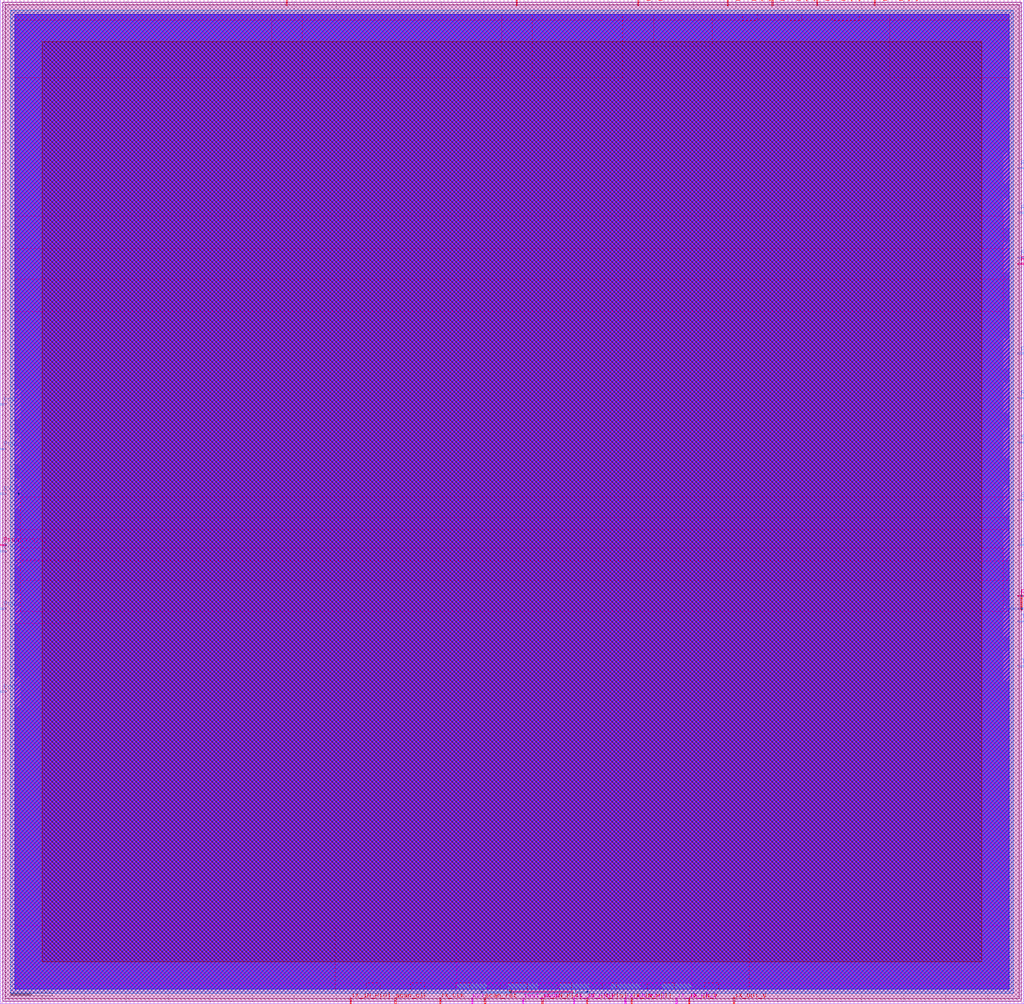
<source format=lef>
VERSION 5.8 ;
BUSBITCHARS "[]" ;

UNITS
  DATABASE MICRONS 1000 ;
END UNITS

LAYER OVERLAP
  TYPE OVERLAP ;
END OVERLAP

MACRO UART
  CLASS BLOCK ;
  ORIGIN 0 0 ;
  SIZE 48.712 BY 47.8 ;
  SYMMETRY X Y ;
  PIN RST
    DIRECTION INPUT ;
    USE SIGNAL ;
    PORT
      LAYER M6 ;
        RECT 22.428 0 22.484 0.286 ;
    END
  END RST
  PIN TX_CLK
    DIRECTION INPUT ;
    USE CLOCK ;
    PORT
      LAYER M4 ;
        RECT 20.908 0 20.964 0.286 ;
    END
  END TX_CLK
  PIN RX_CLK
    DIRECTION INPUT ;
    USE CLOCK ;
    PORT
      LAYER M3 ;
        RECT 0 24.252 0.286 24.308 ;
    END
  END RX_CLK
  PIN RX_IN_S
    DIRECTION INPUT ;
    USE SIGNAL ;
    PORT
      LAYER M4 ;
        RECT 30.332 47.514 30.388 47.8 ;
    END
  END RX_IN_S
  PIN RX_OUT_P[7]
    DIRECTION OUTPUT ;
    USE SIGNAL ;
    PORT
      LAYER M5 ;
        RECT 48.426 35.196 48.712 35.252 ;
    END
  END RX_OUT_P[7]
  PIN RX_OUT_P[6]
    DIRECTION OUTPUT ;
    USE SIGNAL ;
    PORT
      LAYER M3 ;
        RECT 48.426 37.628 48.712 37.684 ;
    END
  END RX_OUT_P[6]
  PIN RX_OUT_P[5]
    DIRECTION OUTPUT ;
    USE SIGNAL ;
    PORT
      LAYER M3 ;
        RECT 48.426 35.5 48.712 35.556 ;
    END
  END RX_OUT_P[5]
  PIN RX_OUT_P[4]
    DIRECTION OUTPUT ;
    USE SIGNAL ;
    PORT
      LAYER M3 ;
        RECT 48.426 39.756 48.712 39.812 ;
    END
  END RX_OUT_P[4]
  PIN RX_OUT_P[3]
    DIRECTION OUTPUT ;
    USE SIGNAL ;
    PORT
      LAYER M4 ;
        RECT 41.58 47.514 41.636 47.8 ;
    END
  END RX_OUT_P[3]
  PIN RX_OUT_P[2]
    DIRECTION OUTPUT ;
    USE SIGNAL ;
    PORT
      LAYER M4 ;
        RECT 38.844 47.514 38.9 47.8 ;
    END
  END RX_OUT_P[2]
  PIN RX_OUT_P[1]
    DIRECTION OUTPUT ;
    USE SIGNAL ;
    PORT
      LAYER M4 ;
        RECT 36.716 47.514 36.772 47.8 ;
    END
  END RX_OUT_P[1]
  PIN RX_OUT_P[0]
    DIRECTION OUTPUT ;
    USE SIGNAL ;
    PORT
      LAYER M4 ;
        RECT 34.588 47.514 34.644 47.8 ;
    END
  END RX_OUT_P[0]
  PIN RX_OUT_V
    DIRECTION OUTPUT ;
    USE SIGNAL ;
    PORT
      LAYER M3 ;
        RECT 48.426 28.812 48.712 28.868 ;
    END
  END RX_OUT_V
  PIN TX_IN_P[7]
    DIRECTION INPUT ;
    USE SIGNAL ;
    PORT
      LAYER M6 ;
        RECT 29.724 0 29.78 0.286 ;
    END
  END TX_IN_P[7]
  PIN TX_IN_P[6]
    DIRECTION INPUT ;
    USE SIGNAL ;
    PORT
      LAYER M6 ;
        RECT 27.292 0 27.348 0.286 ;
    END
  END TX_IN_P[6]
  PIN TX_IN_P[5]
    DIRECTION INPUT ;
    USE SIGNAL ;
    PORT
      LAYER M4 ;
        RECT 27.9 0 27.956 0.286 ;
    END
  END TX_IN_P[5]
  PIN TX_IN_P[4]
    DIRECTION INPUT ;
    USE SIGNAL ;
    PORT
      LAYER M4 ;
        RECT 25.772 0 25.828 0.286 ;
    END
  END TX_IN_P[4]
  PIN TX_IN_P[3]
    DIRECTION INPUT ;
    USE SIGNAL ;
    PORT
      LAYER M6 ;
        RECT 32.156 0 32.212 0.286 ;
    END
  END TX_IN_P[3]
  PIN TX_IN_P[2]
    DIRECTION INPUT ;
    USE SIGNAL ;
    PORT
      LAYER M3 ;
        RECT 48.426 18.172 48.712 18.228 ;
    END
  END TX_IN_P[2]
  PIN TX_IN_P[1]
    DIRECTION INPUT ;
    USE SIGNAL ;
    PORT
      LAYER M4 ;
        RECT 30.028 0 30.084 0.286 ;
    END
  END TX_IN_P[1]
  PIN TX_IN_P[0]
    DIRECTION INPUT ;
    USE SIGNAL ;
    PORT
      LAYER M4 ;
        RECT 16.652 0 16.708 0.286 ;
    END
  END TX_IN_P[0]
  PIN TX_IN_V
    DIRECTION INPUT ;
    USE SIGNAL ;
    PORT
      LAYER M4 ;
        RECT 32.764 0 32.82 0.286 ;
    END
  END TX_IN_V
  PIN TX_OUT_S
    DIRECTION OUTPUT ;
    USE SIGNAL ;
    PORT
      LAYER M3 ;
        RECT 48.426 16.044 48.712 16.1 ;
    END
  END TX_OUT_S
  PIN TX_OUT_V
    DIRECTION OUTPUT ;
    USE SIGNAL ;
    PORT
      LAYER M4 ;
        RECT 34.892 0 34.948 0.286 ;
    END
  END TX_OUT_V
  PIN Prescale[5]
    DIRECTION INPUT ;
    USE SIGNAL ;
    PORT
      LAYER M5 ;
        RECT 0 21.82 0.286 21.876 ;
    END
  END Prescale[5]
  PIN Prescale[4]
    DIRECTION INPUT ;
    USE SIGNAL ;
    PORT
      LAYER M3 ;
        RECT 0 14.828 0.286 14.884 ;
    END
  END Prescale[4]
  PIN Prescale[3]
    DIRECTION INPUT ;
    USE SIGNAL ;
    PORT
      LAYER M3 ;
        RECT 0 26.38 0.286 26.436 ;
    END
  END Prescale[3]
  PIN Prescale[2]
    DIRECTION INPUT ;
    USE SIGNAL ;
    PORT
      LAYER M3 ;
        RECT 0 21.516 0.286 21.572 ;
    END
  END Prescale[2]
  PIN Prescale[1]
    DIRECTION INPUT ;
    USE SIGNAL ;
    PORT
      LAYER M3 ;
        RECT 0 28.508 0.286 28.564 ;
    END
  END Prescale[1]
  PIN Prescale[0]
    DIRECTION INPUT ;
    USE SIGNAL ;
    PORT
      LAYER M3 ;
        RECT 0 18.78 0.286 18.836 ;
    END
  END Prescale[0]
  PIN parity_enable
    DIRECTION INPUT ;
    USE SIGNAL ;
    PORT
      LAYER M5 ;
        RECT 48.426 19.388 48.712 19.444 ;
    END
  END parity_enable
  PIN parity_type
    DIRECTION INPUT ;
    USE SIGNAL ;
    PORT
      LAYER M3 ;
        RECT 48.426 21.82 48.712 21.876 ;
    END
  END parity_type
  PIN parity_error
    DIRECTION OUTPUT ;
    USE SIGNAL ;
    PORT
      LAYER M3 ;
        RECT 48.426 30.94 48.712 30.996 ;
    END
  END parity_error
  PIN framing_error
    DIRECTION OUTPUT ;
    USE SIGNAL ;
    PORT
      LAYER M3 ;
        RECT 48.426 26.684 48.712 26.74 ;
    END
  END framing_error
  PIN SI
    DIRECTION INPUT ;
    USE SIGNAL ;
    PORT
      LAYER M4 ;
        RECT 13.612 47.514 13.668 47.8 ;
    END
  END SI
  PIN SE
    DIRECTION INPUT ;
    USE SIGNAL ;
    PORT
      LAYER M4 ;
        RECT 24.556 47.514 24.612 47.8 ;
    END
  END SE
  PIN SO
    DIRECTION OUTPUT ;
    USE SIGNAL ;
    PORT
      LAYER M3 ;
        RECT 48.426 23.948 48.712 24.004 ;
    END
  END SO
  PIN scan_clk
    DIRECTION INPUT ;
    USE CLOCK ;
    PORT
      LAYER M4 ;
        RECT 18.78 0 18.836 0.286 ;
    END
  END scan_clk
  PIN scan_rst
    DIRECTION INPUT ;
    USE SIGNAL ;
    PORT
      LAYER M4 ;
        RECT 23.036 0 23.092 0.286 ;
    END
  END scan_rst
  PIN test_mode
    DIRECTION INPUT ;
    USE SIGNAL ;
    PORT
      LAYER M6 ;
        RECT 24.86 0 24.916 0.286 ;
    END
  END test_mode
  PIN VDD
    DIRECTION INPUT ;
    USE POWER ;
  END VDD
  PIN VSS
    DIRECTION INPUT ;
    USE GROUND ;
  END VSS
  OBS
    LAYER M6 ;
      RECT 23.184 0.7 24.16 1.005 ;
      RECT 25.616 0.7 26.592 1.005 ;
      RECT 28.048 0.7 29.024 1.005 ;
      RECT 30.48 0.7 31.456 1.005 ;
      RECT 0.7 0.986 48.012 47.1 ;
      RECT 0.7 0.7 21.728 3.705 ;
      RECT 32.912 0.7 48.012 3.705 ;
    LAYER M4 ;
      RECT 35.344 46.795 36.016 47.1 ;
      RECT 37.472 46.795 38.144 47.1 ;
      RECT 39.6 46.795 40.88 47.1 ;
      RECT 17.408 0.7 18.08 1.005 ;
      RECT 19.536 0.7 20.208 1.005 ;
      RECT 21.664 0.7 22.336 1.005 ;
      RECT 23.792 0.7 25.072 1.005 ;
      RECT 26.528 0.7 27.2 1.005 ;
      RECT 28.656 0.7 29.328 1.005 ;
      RECT 30.784 0.7 32.064 1.005 ;
      RECT 33.52 0.7 34.192 1.005 ;
      RECT 31.088 45.595 33.888 47.1 ;
      RECT 0.7 44.095 12.912 47.1 ;
      RECT 14.368 44.095 23.856 47.1 ;
      RECT 25.312 44.095 29.632 47.1 ;
      RECT 42.336 44.095 48.012 47.1 ;
      RECT 0.7 0.986 48.012 46.814 ;
      RECT 0.7 0.7 15.952 3.705 ;
      RECT 35.648 0.7 48.012 3.705 ;
      POLYGON 48.012 47.1 48.012 0.7 35.648 0.7 35.648 0.986 34.192 0.986 34.192 0.7 33.52 0.7 33.52 0.986 32.064 0.986 32.064 0.7 30.784 0.7 30.784 0.986 29.328 0.986 29.328 0.7 28.656 0.7 28.656 0.986 27.2 0.986 27.2 0.7 26.528 0.7 26.528 0.986 25.072 0.986 25.072 0.7 24.308 0.7 24.308 0.623 24.31 0.623 24.31 0.513 24.25 0.513 24.25 0.623 24.252 0.623 24.252 0.7 23.792 0.7 23.792 0.986 22.336 0.986 22.336 0.7 21.664 0.7 21.664 0.986 20.208 0.986 20.208 0.7 19.536 0.7 19.536 0.986 18.08 0.986 18.08 0.7 17.408 0.7 17.408 0.986 15.952 0.986 15.952 0.7 0.7 0.7 0.7 47.1 12.912 47.1 12.912 46.814 14.368 46.814 14.368 47.1 23.856 47.1 23.856 46.814 25.312 46.814 25.312 47.1 29.632 47.1 29.632 46.814 31.088 46.814 31.088 47.1 33.888 47.1 33.888 46.814 35.344 46.814 35.344 47.1 36.016 47.1 36.016 46.814 37.472 46.814 37.472 47.1 38.144 47.1 38.144 46.814 39.6 46.814 39.6 47.1 40.88 47.1 40.88 46.814 42.336 46.814 42.336 47.1 ;
      POLYGON 48.63 19.471 48.63 19.361 48.628 19.361 48.628 18.863 48.63 18.863 48.63 18.753 48.57 18.753 48.57 18.863 48.572 18.863 48.572 19.361 48.57 19.361 48.57 19.471 ;
    LAYER M3 ;
      RECT 47.707 38.384 48.012 39.056 ;
      RECT 47.707 36.256 48.012 36.928 ;
      RECT 47.707 29.568 48.012 30.24 ;
      RECT 47.707 27.44 48.012 28.112 ;
      RECT 0.7 27.136 1.005 27.808 ;
      RECT 47.707 24.704 48.012 25.984 ;
      RECT 0.7 25.008 1.005 25.68 ;
      RECT 0.7 22.272 1.005 23.552 ;
      RECT 47.707 22.576 48.012 23.248 ;
      RECT 0.7 19.536 1.005 20.816 ;
      RECT 47.707 16.8 48.012 17.472 ;
      RECT 46.507 18.928 48.012 21.12 ;
      RECT 0.7 15.584 2.205 18.08 ;
      RECT 0.7 40.512 48.012 47.1 ;
      RECT 0.7 34.8 47.726 40.512 ;
      RECT 0.7 31.696 48.012 34.8 ;
      RECT 0.7 29.264 47.726 32.269 ;
      RECT 0.986 15.344 47.726 29.264 ;
      RECT 0.986 14.128 47.726 17.133 ;
      RECT 45.007 12.339 48.012 15.344 ;
      RECT 0.7 0.7 48.012 14.128 ;
      POLYGON 48.012 47.1 48.012 40.512 47.726 40.512 47.726 39.056 48.012 39.056 48.012 38.384 47.726 38.384 47.726 36.928 48.012 36.928 48.012 36.256 47.726 36.256 47.726 34.8 48.012 34.8 48.012 31.696 47.726 31.696 47.726 30.24 48.012 30.24 48.012 29.568 47.726 29.568 47.726 28.112 48.012 28.112 48.012 27.44 47.726 27.44 47.726 25.984 48.012 25.984 48.012 24.704 47.726 24.704 47.726 23.248 48.012 23.248 48.012 22.576 47.726 22.576 47.726 21.12 48.012 21.12 48.012 18.928 47.726 18.928 47.726 18.836 48.545 18.836 48.545 18.838 48.655 18.838 48.655 18.778 48.545 18.778 48.545 18.78 47.726 18.78 47.726 17.472 48.012 17.472 48.012 16.8 47.726 16.8 47.726 15.344 48.012 15.344 48.012 0.7 0.7 0.7 0.7 14.128 0.986 14.128 0.986 15.584 0.7 15.584 0.7 18.08 0.986 18.08 0.986 19.536 0.7 19.536 0.7 20.816 0.986 20.816 0.986 22.272 0.7 22.272 0.7 23.552 0.986 23.552 0.986 25.008 0.7 25.008 0.7 25.68 0.986 25.68 0.986 27.136 0.7 27.136 0.7 27.808 0.986 27.808 0.986 29.264 0.7 29.264 0.7 47.1 ;
      POLYGON 27.983 0.598 27.983 0.538 27.873 0.538 27.873 0.54 22.967 0.54 22.967 0.538 22.857 0.538 22.857 0.598 22.967 0.598 22.967 0.596 27.873 0.596 27.873 0.598 ;
    LAYER M5 ;
      RECT 0.7 35.952 48.012 47.1 ;
      RECT 0.7 32.947 47.726 37.501 ;
      RECT 0.7 22.576 48.012 34.496 ;
      RECT 0.986 20.144 48.012 24.125 ;
      RECT 0.986 21.071 48.012 22.576 ;
      RECT 0.7 18.115 3.705 21.12 ;
      RECT 3.705 20.144 48.012 23.149 ;
      RECT 0.986 18.688 47.726 21.693 ;
      RECT 0.7 18.115 3.705 21.12 ;
      RECT 0.7 0.7 48.012 18.688 ;
      POLYGON 48.012 47.1 48.012 35.952 47.726 35.952 47.726 34.496 48.012 34.496 48.012 20.144 47.726 20.144 47.726 18.688 48.012 18.688 48.012 0.7 0.7 0.7 0.7 21.12 0.986 21.12 0.986 22.576 0.7 22.576 0.7 47.1 ;
      POLYGON 27.375 0.598 27.375 0.538 27.265 0.538 27.265 0.54 24.335 0.54 24.335 0.538 24.225 0.538 24.225 0.598 24.335 0.598 24.335 0.596 27.265 0.596 27.265 0.598 ;
    LAYER NWELL ;
      RECT 0.23 0.23 48.482 47.57 ;
    LAYER PO ;
      RECT 0.122 0.122 48.59 47.678 ;
    LAYER M1 ;
      RECT 0.6 0.6 48.112 47.2 ;
    LAYER M2 ;
      RECT 0.7 0.7 48.012 47.1 ;
      POLYGON 48.012 47.1 48.012 0.7 22.94 0.7 22.94 0.623 22.942 0.623 22.942 0.513 22.882 0.513 22.882 0.623 22.884 0.623 22.884 0.7 0.7 0.7 0.7 47.1 ;
    LAYER VIA2 ;
      RECT 22.887 0.543 22.937 0.593 ;
    LAYER VIA3 ;
      RECT 0.847 24.255 0.897 24.305 ;
      RECT 48.575 18.783 48.625 18.833 ;
      RECT 27.903 0.543 27.953 0.593 ;
    LAYER VIA4 ;
      RECT 48.575 19.391 48.625 19.441 ;
      RECT 24.255 0.543 24.305 0.593 ;
    LAYER VIA5 ;
      RECT 27.295 0.543 27.345 0.593 ;
    LAYER M7 ;
      RECT 0.7 0.7 48.012 47.1 ;
    LAYER M8 ;
      RECT 0.7 0.7 48.012 47.1 ;
    LAYER M9 ;
      RECT 0.5 0.5 48.212 47.3 ;
    LAYER MRDL ;
      RECT 2 2 46.712 45.8 ;
    LAYER OVERLAP ;
      POLYGON 0 0 0 47.8 48.712 47.8 48.712 0 ;
  END
END UART

END LIBRARY

</source>
